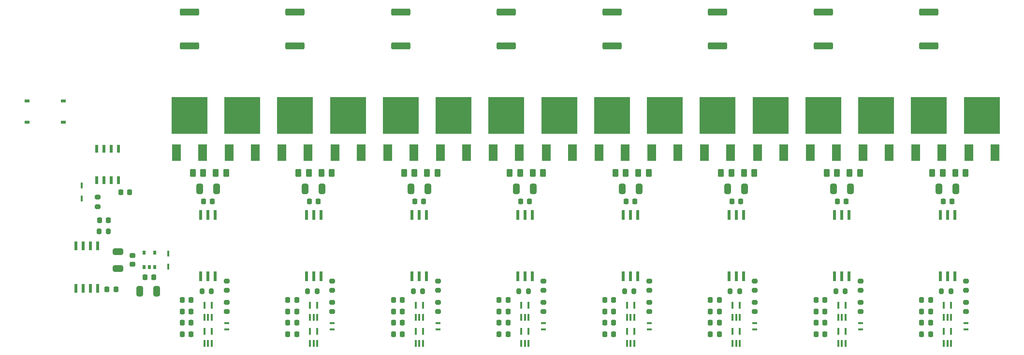
<source format=gtp>
G04 #@! TF.GenerationSoftware,KiCad,Pcbnew,8.0.5*
G04 #@! TF.CreationDate,2024-10-14T15:47:00-05:00*
G04 #@! TF.ProjectId,bidirectional_load_switch,62696469-7265-4637-9469-6f6e616c5f6c,rev?*
G04 #@! TF.SameCoordinates,Original*
G04 #@! TF.FileFunction,Paste,Top*
G04 #@! TF.FilePolarity,Positive*
%FSLAX46Y46*%
G04 Gerber Fmt 4.6, Leading zero omitted, Abs format (unit mm)*
G04 Created by KiCad (PCBNEW 8.0.5) date 2024-10-14 15:47:00*
%MOMM*%
%LPD*%
G01*
G04 APERTURE LIST*
G04 Aperture macros list*
%AMRoundRect*
0 Rectangle with rounded corners*
0 $1 Rounding radius*
0 $2 $3 $4 $5 $6 $7 $8 $9 X,Y pos of 4 corners*
0 Add a 4 corners polygon primitive as box body*
4,1,4,$2,$3,$4,$5,$6,$7,$8,$9,$2,$3,0*
0 Add four circle primitives for the rounded corners*
1,1,$1+$1,$2,$3*
1,1,$1+$1,$4,$5*
1,1,$1+$1,$6,$7*
1,1,$1+$1,$8,$9*
0 Add four rect primitives between the rounded corners*
20,1,$1+$1,$2,$3,$4,$5,0*
20,1,$1+$1,$4,$5,$6,$7,0*
20,1,$1+$1,$6,$7,$8,$9,0*
20,1,$1+$1,$8,$9,$2,$3,0*%
G04 Aperture macros list end*
%ADD10RoundRect,0.200000X0.275000X-0.200000X0.275000X0.200000X-0.275000X0.200000X-0.275000X-0.200000X0*%
%ADD11R,1.500000X2.900000*%
%ADD12R,6.300000X6.500000*%
%ADD13R,0.558800X1.701800*%
%ADD14R,0.812800X0.457200*%
%ADD15RoundRect,0.250000X0.325000X0.650000X-0.325000X0.650000X-0.325000X-0.650000X0.325000X-0.650000X0*%
%ADD16RoundRect,0.225000X0.225000X0.250000X-0.225000X0.250000X-0.225000X-0.250000X0.225000X-0.250000X0*%
%ADD17R,0.355600X1.168400*%
%ADD18RoundRect,0.250000X-1.425000X0.362500X-1.425000X-0.362500X1.425000X-0.362500X1.425000X0.362500X0*%
%ADD19RoundRect,0.250000X-0.325000X-0.650000X0.325000X-0.650000X0.325000X0.650000X-0.325000X0.650000X0*%
%ADD20RoundRect,0.200000X-0.275000X0.200000X-0.275000X-0.200000X0.275000X-0.200000X0.275000X0.200000X0*%
%ADD21R,0.533400X1.574800*%
%ADD22RoundRect,0.250000X-0.262500X-0.450000X0.262500X-0.450000X0.262500X0.450000X-0.262500X0.450000X0*%
%ADD23RoundRect,0.225000X-0.225000X-0.250000X0.225000X-0.250000X0.225000X0.250000X-0.225000X0.250000X0*%
%ADD24RoundRect,0.200000X0.200000X0.275000X-0.200000X0.275000X-0.200000X-0.275000X0.200000X-0.275000X0*%
%ADD25RoundRect,0.250000X0.262500X0.450000X-0.262500X0.450000X-0.262500X-0.450000X0.262500X-0.450000X0*%
%ADD26R,0.952500X0.558800*%
%ADD27R,0.450800X1.111200*%
%ADD28R,0.558800X1.460500*%
%ADD29RoundRect,0.225000X-0.250000X0.225000X-0.250000X-0.225000X0.250000X-0.225000X0.250000X0.225000X0*%
%ADD30R,0.549999X0.800001*%
%ADD31RoundRect,0.250000X-0.650000X0.325000X-0.650000X-0.325000X0.650000X-0.325000X0.650000X0.325000X0*%
G04 APERTURE END LIST*
D10*
G04 #@! TO.C,R203*
X99550000Y-111625000D03*
X99550000Y-109975000D03*
G04 #@! TD*
D11*
G04 #@! TO.C,U205*
X100014000Y-87450000D03*
D12*
X102300000Y-80950000D03*
D11*
X104586000Y-87450000D03*
G04 #@! TD*
D13*
G04 #@! TO.C,U803*
X206030000Y-109184800D03*
X207300000Y-109184800D03*
X208570000Y-109184800D03*
X208570000Y-98415200D03*
X207300000Y-98415200D03*
X206030000Y-98415200D03*
G04 #@! TD*
D14*
G04 #@! TO.C,LED701*
X192050000Y-117328500D03*
X192050000Y-118471500D03*
G04 #@! TD*
D15*
G04 #@! TO.C,C102*
X87275000Y-111800000D03*
X84325000Y-111800000D03*
G04 #@! TD*
D16*
G04 #@! TO.C,C704*
X185825000Y-113300000D03*
X184275000Y-113300000D03*
G04 #@! TD*
G04 #@! TO.C,C401*
X130325000Y-119300000D03*
X128775000Y-119300000D03*
G04 #@! TD*
D17*
G04 #@! TO.C,U902*
X225150001Y-116341400D03*
X225800000Y-116341400D03*
X226449999Y-116341400D03*
X226449999Y-114258600D03*
X225150001Y-114258600D03*
G04 #@! TD*
D18*
G04 #@! TO.C,RS104*
X148550000Y-62837500D03*
X148550000Y-68762500D03*
G04 #@! TD*
D19*
G04 #@! TO.C,C905*
X224325000Y-93800000D03*
X227275000Y-93800000D03*
G04 #@! TD*
D11*
G04 #@! TO.C,U305*
X118514000Y-87450000D03*
D12*
X120800000Y-80950000D03*
D11*
X123086000Y-87450000D03*
G04 #@! TD*
D17*
G04 #@! TO.C,U702*
X188150001Y-116341400D03*
X188800000Y-116341400D03*
X189449999Y-116341400D03*
X189449999Y-114258600D03*
X188150001Y-114258600D03*
G04 #@! TD*
D10*
G04 #@! TO.C,R303*
X118050000Y-111625000D03*
X118050000Y-109975000D03*
G04 #@! TD*
D11*
G04 #@! TO.C,U705*
X192514000Y-87450000D03*
D12*
X194800000Y-80950000D03*
D11*
X197086000Y-87450000D03*
G04 #@! TD*
D17*
G04 #@! TO.C,U402*
X132650001Y-116341400D03*
X133300000Y-116341400D03*
X133949999Y-116341400D03*
X133949999Y-114258600D03*
X132650001Y-114258600D03*
G04 #@! TD*
D20*
G04 #@! TO.C,R101*
X76950000Y-95275000D03*
X76950000Y-96925000D03*
G04 #@! TD*
D16*
G04 #@! TO.C,C601*
X167325000Y-119300000D03*
X165775000Y-119300000D03*
G04 #@! TD*
D21*
G04 #@! TO.C,U103*
X76955000Y-103854300D03*
X75685000Y-103854300D03*
X74415000Y-103854300D03*
X73145000Y-103854300D03*
X73145000Y-111245700D03*
X74415000Y-111245700D03*
X75685000Y-111245700D03*
X76955000Y-111245700D03*
G04 #@! TD*
D22*
G04 #@! TO.C,R905*
X227137500Y-91050000D03*
X228962500Y-91050000D03*
G04 #@! TD*
D17*
G04 #@! TO.C,U502*
X151150001Y-116341400D03*
X151800000Y-116341400D03*
X152449999Y-116341400D03*
X152449999Y-114258600D03*
X151150001Y-114258600D03*
G04 #@! TD*
D22*
G04 #@! TO.C,R505*
X153137500Y-91050000D03*
X154962500Y-91050000D03*
G04 #@! TD*
D23*
G04 #@! TO.C,C606*
X169525000Y-96050000D03*
X171075000Y-96050000D03*
G04 #@! TD*
D16*
G04 #@! TO.C,C304*
X111825000Y-113300000D03*
X110275000Y-113300000D03*
G04 #@! TD*
D22*
G04 #@! TO.C,R605*
X171637500Y-91050000D03*
X173462500Y-91050000D03*
G04 #@! TD*
D16*
G04 #@! TO.C,C903*
X222825000Y-115300000D03*
X221275000Y-115300000D03*
G04 #@! TD*
D17*
G04 #@! TO.C,U802*
X206650001Y-116341400D03*
X207300000Y-116341400D03*
X207949999Y-116341400D03*
X207949999Y-114258600D03*
X206650001Y-114258600D03*
G04 #@! TD*
D16*
G04 #@! TO.C,C303*
X111825000Y-115300000D03*
X110275000Y-115300000D03*
G04 #@! TD*
D23*
G04 #@! TO.C,C906*
X225025000Y-96050000D03*
X226575000Y-96050000D03*
G04 #@! TD*
G04 #@! TO.C,C506*
X151025000Y-96050000D03*
X152575000Y-96050000D03*
G04 #@! TD*
D19*
G04 #@! TO.C,C705*
X187325000Y-93800000D03*
X190275000Y-93800000D03*
G04 #@! TD*
D24*
G04 #@! TO.C,R402*
X133875000Y-111800000D03*
X132225000Y-111800000D03*
G04 #@! TD*
D10*
G04 #@! TO.C,R901*
X229050000Y-115375000D03*
X229050000Y-113725000D03*
G04 #@! TD*
D16*
G04 #@! TO.C,C202*
X93325000Y-117300000D03*
X91775000Y-117300000D03*
G04 #@! TD*
D18*
G04 #@! TO.C,RS101*
X93050000Y-62837500D03*
X93050000Y-68762500D03*
G04 #@! TD*
D19*
G04 #@! TO.C,C805*
X205825000Y-93800000D03*
X208775000Y-93800000D03*
G04 #@! TD*
D22*
G04 #@! TO.C,R805*
X208637500Y-91050000D03*
X210462500Y-91050000D03*
G04 #@! TD*
D11*
G04 #@! TO.C,U604*
X164764000Y-87500000D03*
D12*
X167050000Y-81000000D03*
D11*
X169336000Y-87500000D03*
G04 #@! TD*
G04 #@! TO.C,U904*
X220264000Y-87500000D03*
D12*
X222550000Y-81000000D03*
D11*
X224836000Y-87500000D03*
G04 #@! TD*
D22*
G04 #@! TO.C,R305*
X116137500Y-91050000D03*
X117962500Y-91050000D03*
G04 #@! TD*
D16*
G04 #@! TO.C,C403*
X130325000Y-115300000D03*
X128775000Y-115300000D03*
G04 #@! TD*
D10*
G04 #@! TO.C,R803*
X210550000Y-111625000D03*
X210550000Y-109975000D03*
G04 #@! TD*
D25*
G04 #@! TO.C,R804*
X206462500Y-91050000D03*
X204637500Y-91050000D03*
G04 #@! TD*
D13*
G04 #@! TO.C,U203*
X95030000Y-109184800D03*
X96300000Y-109184800D03*
X97570000Y-109184800D03*
X97570000Y-98415200D03*
X96300000Y-98415200D03*
X95030000Y-98415200D03*
G04 #@! TD*
D16*
G04 #@! TO.C,C901*
X222825000Y-119300000D03*
X221275000Y-119300000D03*
G04 #@! TD*
D17*
G04 #@! TO.C,U301*
X114150001Y-120891400D03*
X114800000Y-120891400D03*
X115449999Y-120891400D03*
X115449999Y-118808600D03*
X114150001Y-118808600D03*
G04 #@! TD*
D24*
G04 #@! TO.C,R902*
X226375000Y-111800000D03*
X224725000Y-111800000D03*
G04 #@! TD*
D16*
G04 #@! TO.C,C501*
X148825000Y-119300000D03*
X147275000Y-119300000D03*
G04 #@! TD*
D13*
G04 #@! TO.C,U303*
X113530000Y-109184800D03*
X114800000Y-109184800D03*
X116070000Y-109184800D03*
X116070000Y-98415200D03*
X114800000Y-98415200D03*
X113530000Y-98415200D03*
G04 #@! TD*
D10*
G04 #@! TO.C,R301*
X118050000Y-115375000D03*
X118050000Y-113725000D03*
G04 #@! TD*
D25*
G04 #@! TO.C,R704*
X187962500Y-91050000D03*
X186137500Y-91050000D03*
G04 #@! TD*
D13*
G04 #@! TO.C,U603*
X169030000Y-109184800D03*
X170300000Y-109184800D03*
X171570000Y-109184800D03*
X171570000Y-98415200D03*
X170300000Y-98415200D03*
X169030000Y-98415200D03*
G04 #@! TD*
D14*
G04 #@! TO.C,LED401*
X136550000Y-117328500D03*
X136550000Y-118471500D03*
G04 #@! TD*
D16*
G04 #@! TO.C,C302*
X111825000Y-117300000D03*
X110275000Y-117300000D03*
G04 #@! TD*
D24*
G04 #@! TO.C,R102*
X78875000Y-101300000D03*
X77225000Y-101300000D03*
G04 #@! TD*
D16*
G04 #@! TO.C,C904*
X222825000Y-113300000D03*
X221275000Y-113300000D03*
G04 #@! TD*
D26*
G04 #@! TO.C,SW101*
X64618650Y-78445800D03*
X70981350Y-78445800D03*
X64618650Y-82154200D03*
X70981350Y-82154200D03*
G04 #@! TD*
D10*
G04 #@! TO.C,R703*
X192050000Y-111625000D03*
X192050000Y-109975000D03*
G04 #@! TD*
D11*
G04 #@! TO.C,U504*
X146264000Y-87500000D03*
D12*
X148550000Y-81000000D03*
D11*
X150836000Y-87500000D03*
G04 #@! TD*
D16*
G04 #@! TO.C,C803*
X204325000Y-115300000D03*
X202775000Y-115300000D03*
G04 #@! TD*
G04 #@! TO.C,C503*
X148825000Y-115300000D03*
X147275000Y-115300000D03*
G04 #@! TD*
D23*
G04 #@! TO.C,C706*
X188025000Y-96050000D03*
X189575000Y-96050000D03*
G04 #@! TD*
D18*
G04 #@! TO.C,RS102*
X111550000Y-62837500D03*
X111550000Y-68762500D03*
G04 #@! TD*
D25*
G04 #@! TO.C,R404*
X132462500Y-91050000D03*
X130637500Y-91050000D03*
G04 #@! TD*
D10*
G04 #@! TO.C,R501*
X155050000Y-115375000D03*
X155050000Y-113725000D03*
G04 #@! TD*
D11*
G04 #@! TO.C,U405*
X137014000Y-87450000D03*
D12*
X139300000Y-80950000D03*
D11*
X141586000Y-87450000D03*
G04 #@! TD*
D18*
G04 #@! TO.C,RS106*
X185550000Y-62837500D03*
X185550000Y-68762500D03*
G04 #@! TD*
D22*
G04 #@! TO.C,R705*
X190137500Y-91050000D03*
X191962500Y-91050000D03*
G04 #@! TD*
D27*
G04 #@! TO.C,D102*
X74150000Y-95550000D03*
X74150000Y-93250000D03*
G04 #@! TD*
D17*
G04 #@! TO.C,U501*
X151150001Y-120891400D03*
X151800000Y-120891400D03*
X152449999Y-120891400D03*
X152449999Y-118808600D03*
X151150001Y-118808600D03*
G04 #@! TD*
D24*
G04 #@! TO.C,R702*
X189375000Y-111800000D03*
X187725000Y-111800000D03*
G04 #@! TD*
D13*
G04 #@! TO.C,U503*
X150530000Y-109184800D03*
X151800000Y-109184800D03*
X153070000Y-109184800D03*
X153070000Y-98415200D03*
X151800000Y-98415200D03*
X150530000Y-98415200D03*
G04 #@! TD*
D16*
G04 #@! TO.C,C504*
X148825000Y-113300000D03*
X147275000Y-113300000D03*
G04 #@! TD*
D14*
G04 #@! TO.C,LED601*
X173550000Y-117328500D03*
X173550000Y-118471500D03*
G04 #@! TD*
D11*
G04 #@! TO.C,U605*
X174014000Y-87450000D03*
D12*
X176300000Y-80950000D03*
D11*
X178586000Y-87450000D03*
G04 #@! TD*
D17*
G04 #@! TO.C,U202*
X95650001Y-116341400D03*
X96300000Y-116341400D03*
X96949999Y-116341400D03*
X96949999Y-114258600D03*
X95650001Y-114258600D03*
G04 #@! TD*
D22*
G04 #@! TO.C,R205*
X97637500Y-91050000D03*
X99462500Y-91050000D03*
G04 #@! TD*
D14*
G04 #@! TO.C,LED301*
X118050000Y-117328500D03*
X118050000Y-118471500D03*
G04 #@! TD*
D11*
G04 #@! TO.C,U404*
X127764000Y-87500000D03*
D12*
X130050000Y-81000000D03*
D11*
X132336000Y-87500000D03*
G04 #@! TD*
D17*
G04 #@! TO.C,U801*
X206650001Y-120891400D03*
X207300000Y-120891400D03*
X207949999Y-120891400D03*
X207949999Y-118808600D03*
X206650001Y-118808600D03*
G04 #@! TD*
D28*
G04 #@! TO.C,U101*
X80605000Y-86825850D03*
X79335000Y-86825850D03*
X78065000Y-86825850D03*
X76795000Y-86825850D03*
X76795000Y-92274150D03*
X78065000Y-92274150D03*
X79335000Y-92274150D03*
X80605000Y-92274150D03*
G04 #@! TD*
D10*
G04 #@! TO.C,R603*
X173550000Y-111625000D03*
X173550000Y-109975000D03*
G04 #@! TD*
G04 #@! TO.C,R201*
X99550000Y-115375000D03*
X99550000Y-113725000D03*
G04 #@! TD*
D29*
G04 #@! TO.C,C105*
X83050000Y-105525000D03*
X83050000Y-107075000D03*
G04 #@! TD*
D17*
G04 #@! TO.C,U601*
X169650001Y-120891400D03*
X170300000Y-120891400D03*
X170949999Y-120891400D03*
X170949999Y-118808600D03*
X169650001Y-118808600D03*
G04 #@! TD*
D16*
G04 #@! TO.C,C402*
X130325000Y-117300000D03*
X128775000Y-117300000D03*
G04 #@! TD*
G04 #@! TO.C,C702*
X185825000Y-117300000D03*
X184275000Y-117300000D03*
G04 #@! TD*
D23*
G04 #@! TO.C,C806*
X206525000Y-96050000D03*
X208075000Y-96050000D03*
G04 #@! TD*
D17*
G04 #@! TO.C,U302*
X114150001Y-116341400D03*
X114800000Y-116341400D03*
X115449999Y-116341400D03*
X115449999Y-114258600D03*
X114150001Y-114258600D03*
G04 #@! TD*
G04 #@! TO.C,U901*
X225150001Y-120891400D03*
X225800000Y-120891400D03*
X226449999Y-120891400D03*
X226449999Y-118808600D03*
X225150001Y-118808600D03*
G04 #@! TD*
D11*
G04 #@! TO.C,U704*
X183264000Y-87500000D03*
D12*
X185550000Y-81000000D03*
D11*
X187836000Y-87500000D03*
G04 #@! TD*
D22*
G04 #@! TO.C,R405*
X134637500Y-91050000D03*
X136462500Y-91050000D03*
G04 #@! TD*
D16*
G04 #@! TO.C,C502*
X148825000Y-117300000D03*
X147275000Y-117300000D03*
G04 #@! TD*
D23*
G04 #@! TO.C,C103*
X81025000Y-94450000D03*
X82575000Y-94450000D03*
G04 #@! TD*
D11*
G04 #@! TO.C,U905*
X229514000Y-87450000D03*
D12*
X231800000Y-80950000D03*
D11*
X234086000Y-87450000D03*
G04 #@! TD*
D10*
G04 #@! TO.C,R801*
X210550000Y-115375000D03*
X210550000Y-113725000D03*
G04 #@! TD*
D25*
G04 #@! TO.C,R204*
X95462500Y-91050000D03*
X93637500Y-91050000D03*
G04 #@! TD*
D13*
G04 #@! TO.C,U403*
X132030000Y-109184800D03*
X133300000Y-109184800D03*
X134570000Y-109184800D03*
X134570000Y-98415200D03*
X133300000Y-98415200D03*
X132030000Y-98415200D03*
G04 #@! TD*
D11*
G04 #@! TO.C,U804*
X201764000Y-87500000D03*
D12*
X204050000Y-81000000D03*
D11*
X206336000Y-87500000D03*
G04 #@! TD*
D24*
G04 #@! TO.C,R202*
X96875000Y-111800000D03*
X95225000Y-111800000D03*
G04 #@! TD*
D13*
G04 #@! TO.C,U703*
X187530000Y-109184800D03*
X188800000Y-109184800D03*
X190070000Y-109184800D03*
X190070000Y-98415200D03*
X188800000Y-98415200D03*
X187530000Y-98415200D03*
G04 #@! TD*
D25*
G04 #@! TO.C,R604*
X169462500Y-91050000D03*
X167637500Y-91050000D03*
G04 #@! TD*
D14*
G04 #@! TO.C,LED901*
X229050000Y-117328500D03*
X229050000Y-118471500D03*
G04 #@! TD*
D11*
G04 #@! TO.C,U204*
X90764000Y-87500000D03*
D12*
X93050000Y-81000000D03*
D11*
X95336000Y-87500000D03*
G04 #@! TD*
D18*
G04 #@! TO.C,RS103*
X130050000Y-62837500D03*
X130050000Y-68762500D03*
G04 #@! TD*
D16*
G04 #@! TO.C,C701*
X185825000Y-119300000D03*
X184275000Y-119300000D03*
G04 #@! TD*
G04 #@! TO.C,C301*
X111825000Y-119300000D03*
X110275000Y-119300000D03*
G04 #@! TD*
D17*
G04 #@! TO.C,U201*
X95650001Y-120891400D03*
X96300000Y-120891400D03*
X96949999Y-120891400D03*
X96949999Y-118808600D03*
X95650001Y-118808600D03*
G04 #@! TD*
D10*
G04 #@! TO.C,R601*
X173550000Y-115375000D03*
X173550000Y-113725000D03*
G04 #@! TD*
D13*
G04 #@! TO.C,U903*
X224530000Y-109184800D03*
X225800000Y-109184800D03*
X227070000Y-109184800D03*
X227070000Y-98415200D03*
X225800000Y-98415200D03*
X224530000Y-98415200D03*
G04 #@! TD*
D24*
G04 #@! TO.C,R802*
X207875000Y-111800000D03*
X206225000Y-111800000D03*
G04 #@! TD*
D10*
G04 #@! TO.C,R701*
X192050000Y-115375000D03*
X192050000Y-113725000D03*
G04 #@! TD*
D16*
G04 #@! TO.C,C804*
X204325000Y-113300000D03*
X202775000Y-113300000D03*
G04 #@! TD*
D10*
G04 #@! TO.C,R903*
X229050000Y-111625000D03*
X229050000Y-109975000D03*
G04 #@! TD*
D16*
G04 #@! TO.C,C404*
X130325000Y-113300000D03*
X128775000Y-113300000D03*
G04 #@! TD*
D19*
G04 #@! TO.C,C505*
X150325000Y-93800000D03*
X153275000Y-93800000D03*
G04 #@! TD*
D11*
G04 #@! TO.C,U805*
X211014000Y-87450000D03*
D12*
X213300000Y-80950000D03*
D11*
X215586000Y-87450000D03*
G04 #@! TD*
D19*
G04 #@! TO.C,C305*
X113325000Y-93800000D03*
X116275000Y-93800000D03*
G04 #@! TD*
D23*
G04 #@! TO.C,C107*
X77275000Y-99300000D03*
X78825000Y-99300000D03*
G04 #@! TD*
D30*
G04 #@! TO.C,U102*
X85100001Y-107550000D03*
X86050002Y-107550000D03*
X87000000Y-107550000D03*
X87000000Y-105000000D03*
X85100001Y-105000000D03*
G04 #@! TD*
D24*
G04 #@! TO.C,R502*
X152375000Y-111800000D03*
X150725000Y-111800000D03*
G04 #@! TD*
D10*
G04 #@! TO.C,R401*
X136550000Y-115375000D03*
X136550000Y-113725000D03*
G04 #@! TD*
D19*
G04 #@! TO.C,C405*
X131825000Y-93800000D03*
X134775000Y-93800000D03*
G04 #@! TD*
D16*
G04 #@! TO.C,C703*
X185825000Y-115300000D03*
X184275000Y-115300000D03*
G04 #@! TD*
G04 #@! TO.C,C101*
X86825000Y-109300000D03*
X85275000Y-109300000D03*
G04 #@! TD*
D24*
G04 #@! TO.C,R602*
X170875000Y-111800000D03*
X169225000Y-111800000D03*
G04 #@! TD*
G04 #@! TO.C,R302*
X115375000Y-111800000D03*
X113725000Y-111800000D03*
G04 #@! TD*
D19*
G04 #@! TO.C,C205*
X94825000Y-93800000D03*
X97775000Y-93800000D03*
G04 #@! TD*
D17*
G04 #@! TO.C,U401*
X132650001Y-120891400D03*
X133300000Y-120891400D03*
X133949999Y-120891400D03*
X133949999Y-118808600D03*
X132650001Y-118808600D03*
G04 #@! TD*
D10*
G04 #@! TO.C,R503*
X155050000Y-111625000D03*
X155050000Y-109975000D03*
G04 #@! TD*
D25*
G04 #@! TO.C,R904*
X224962500Y-91050000D03*
X223137500Y-91050000D03*
G04 #@! TD*
D27*
G04 #@! TO.C,D101*
X89300000Y-107450000D03*
X89300000Y-105150000D03*
G04 #@! TD*
D19*
G04 #@! TO.C,C605*
X168825000Y-93800000D03*
X171775000Y-93800000D03*
G04 #@! TD*
D17*
G04 #@! TO.C,U701*
X188150001Y-120891400D03*
X188800000Y-120891400D03*
X189449999Y-120891400D03*
X189449999Y-118808600D03*
X188150001Y-118808600D03*
G04 #@! TD*
D16*
G04 #@! TO.C,C204*
X93325000Y-113300000D03*
X91775000Y-113300000D03*
G04 #@! TD*
G04 #@! TO.C,C802*
X204325000Y-117300000D03*
X202775000Y-117300000D03*
G04 #@! TD*
D18*
G04 #@! TO.C,RS105*
X167050000Y-62837500D03*
X167050000Y-68762500D03*
G04 #@! TD*
D11*
G04 #@! TO.C,U505*
X155514000Y-87450000D03*
D12*
X157800000Y-80950000D03*
D11*
X160086000Y-87450000D03*
G04 #@! TD*
D31*
G04 #@! TO.C,C104*
X80550000Y-104825000D03*
X80550000Y-107775000D03*
G04 #@! TD*
D16*
G04 #@! TO.C,C902*
X222825000Y-117300000D03*
X221275000Y-117300000D03*
G04 #@! TD*
G04 #@! TO.C,C801*
X204325000Y-119300000D03*
X202775000Y-119300000D03*
G04 #@! TD*
D17*
G04 #@! TO.C,U602*
X169650001Y-116341400D03*
X170300000Y-116341400D03*
X170949999Y-116341400D03*
X170949999Y-114258600D03*
X169650001Y-114258600D03*
G04 #@! TD*
D18*
G04 #@! TO.C,RS107*
X204050000Y-62837500D03*
X204050000Y-68762500D03*
G04 #@! TD*
D16*
G04 #@! TO.C,C203*
X93325000Y-115300000D03*
X91775000Y-115300000D03*
G04 #@! TD*
G04 #@! TO.C,C201*
X93325000Y-119300000D03*
X91775000Y-119300000D03*
G04 #@! TD*
D25*
G04 #@! TO.C,R504*
X150962500Y-91050000D03*
X149137500Y-91050000D03*
G04 #@! TD*
D23*
G04 #@! TO.C,C206*
X95525000Y-96050000D03*
X97075000Y-96050000D03*
G04 #@! TD*
D16*
G04 #@! TO.C,C603*
X167325000Y-115300000D03*
X165775000Y-115300000D03*
G04 #@! TD*
D11*
G04 #@! TO.C,U304*
X109264000Y-87500000D03*
D12*
X111550000Y-81000000D03*
D11*
X113836000Y-87500000D03*
G04 #@! TD*
D10*
G04 #@! TO.C,R403*
X136550000Y-111625000D03*
X136550000Y-109975000D03*
G04 #@! TD*
D14*
G04 #@! TO.C,LED501*
X155050000Y-117328500D03*
X155050000Y-118471500D03*
G04 #@! TD*
D18*
G04 #@! TO.C,RS108*
X222550000Y-62837500D03*
X222550000Y-68762500D03*
G04 #@! TD*
D23*
G04 #@! TO.C,C406*
X132525000Y-96050000D03*
X134075000Y-96050000D03*
G04 #@! TD*
D14*
G04 #@! TO.C,LED801*
X210550000Y-117328500D03*
X210550000Y-118471500D03*
G04 #@! TD*
D16*
G04 #@! TO.C,C604*
X167325000Y-113300000D03*
X165775000Y-113300000D03*
G04 #@! TD*
D25*
G04 #@! TO.C,R304*
X113962500Y-91050000D03*
X112137500Y-91050000D03*
G04 #@! TD*
D14*
G04 #@! TO.C,LED201*
X99550000Y-117328500D03*
X99550000Y-118471500D03*
G04 #@! TD*
D16*
G04 #@! TO.C,C602*
X167325000Y-117300000D03*
X165775000Y-117300000D03*
G04 #@! TD*
D23*
G04 #@! TO.C,C106*
X78625000Y-111450000D03*
X80175000Y-111450000D03*
G04 #@! TD*
G04 #@! TO.C,C306*
X114025000Y-96050000D03*
X115575000Y-96050000D03*
G04 #@! TD*
M02*

</source>
